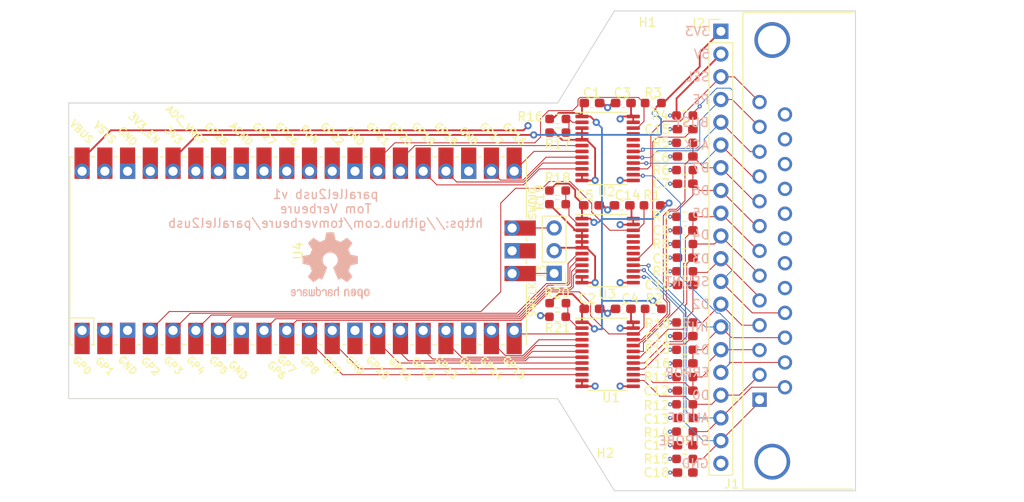
<source format=kicad_pcb>
(kicad_pcb (version 20211014) (generator pcbnew)
  (layers (0 "F.Cu" signal) (1 "In1.Cu" signal) (2 "In2.Cu" signal) (31 "B.Cu" signal) (34 "B.Paste" user) (35 "F.Paste" user) (36 "B.SilkS" user "B.Silkscreen") (37 "F.SilkS" user "F.Silkscreen") (38 "B.Mask" user) (39 "F.Mask" user) (44 "Edge.Cuts" user))
  (net 0 "")
  (net 1 "GND")
  (net 2 "/STROBE")
  (net 3 "/D0")
  (net 4 "/D1")
  (net 5 "/D2")
  (net 6 "/D3")
  (net 7 "/D4")
  (net 8 "/D5")
  (net 9 "/D6")
  (net 10 "/ACK")
  (net 11 "/BUSY")
  (net 12 "/PE")
  (net 13 "/SEL")
  (net 14 "/AUTOF")
  (net 15 "/ERROR")
  (net 16 "/INIT")
  (net 17 "/SELIN")
  (net 18 "/D7")
  (net 19 "+3.3V")
  (net 20 "/D7_3")
  (net 21 "/D6_3")
  (net 22 "/D5_3")
  (net 23 "/D4_3")
  (net 24 "/D3_3")
  (net 25 "/D2_3")
  (net 26 "/D1_3")
  (net 27 "/D0_3")
  (net 28 "+5V")
  (net 29 "/ACK_3")
  (net 30 "/BUSY_3")
  (net 31 "/PE_3")
  (net 32 "/SEL_3")
  (net 33 "/SELIN_3")
  (net 34 "/INIT_3")
  (net 35 "/ERROR_3")
  (net 36 "/AUTOF_3")
  (net 37 "/DOEN_3")
  (net 38 "/COEN_3")
  (net 39 "/SOEN_3")
  (net 40 "/STROBE_3")
  (net 48 "/SWCLK")
  (net 49 "/SWDIO")
  (net 60 "/SDIR_3")
  (net 61 "/CDIR_3")
  (net 62 "/DDIR_3")
  (footprint "Capacitor_SMD:C_0603_1608Metric_Pad1.08x0.95mm_HandSolder" (layer "F.Cu") (at 183.8695 85.09 180)
    (fp_text reference "C3")
    (fp_text value "100n")
  )
  (footprint "Capacitor_SMD:C_0603_1608Metric_Pad1.08x0.95mm_HandSolder" (layer "F.Cu") (at 190.7805 114.173 180)
    (fp_text reference "C16")
    (fp_text value "100n")
  )
  (footprint "Capacitor_SMD:C_0603_1608Metric_Pad1.08x0.95mm_HandSolder" (layer "F.Cu") (at 190.7805 123.317 180)
    (fp_text reference "C17")
    (fp_text value "100n")
  )
  (footprint "MountingHole:MountingHole_2.7mm_M2.5" (layer "F.Cu") (at 184.404 78.105)
    (fp_text reference "H1")
    (fp_text value "MountingHole")
  )
  (footprint "Resistor_SMD:R_0603_1608Metric_Pad0.98x0.95mm_HandSolder" (layer "F.Cu") (at 190.7305 103.886)
    (fp_text reference "R9")
    (fp_text value "4K7")
  )
  (footprint "Capacitor_SMD:C_0603_1608Metric_Pad1.08x0.95mm_HandSolder" (layer "F.Cu") (at 190.7805 88.011 180)
    (fp_text reference "C15")
    (fp_text value "100n")
  )
  (footprint "Resistor_SMD:R_0603_1608Metric_Pad0.98x0.95mm_HandSolder" (layer "F.Cu") (at 187.2215 85.09 180)
    (fp_text reference "R3")
    (fp_text value "4K7")
  )
  (footprint "Resistor_SMD:R_0603_1608Metric_Pad0.98x0.95mm_HandSolder" (layer "F.Cu") (at 176.53 94.869)
    (fp_text reference "R18")
    (fp_text value "NS")
  )
  (footprint "Capacitor_SMD:C_0603_1608Metric_Pad1.08x0.95mm_HandSolder" (layer "F.Cu") (at 180.3135 96.52)
    (fp_text reference "C5")
    (fp_text value "100n")
  )
  (footprint "Capacitor_SMD:C_0603_1608Metric_Pad1.08x0.95mm_HandSolder" (layer "F.Cu") (at 190.7805 111.125 180)
    (fp_text reference "C11")
    (fp_text value "100n")
  )
  (footprint "Resistor_SMD:R_0603_1608Metric_Pad0.98x0.95mm_HandSolder" (layer "F.Cu") (at 190.7305 115.697)
    (fp_text reference "R11")
    (fp_text value "4K7")
  )
  (footprint "Package_SO:TSSOP-24_4.4x7.8mm_P0.65mm" (layer "F.Cu") (at 182.118 113.157)
    (fp_text reference "U1")
    (fp_text value "SN74LVC8T245PW")
  )
  (footprint "Resistor_SMD:R_0603_1608Metric_Pad0.98x0.95mm_HandSolder" (layer "F.Cu") (at 176.53 96.393 180)
    (fp_text reference "R19")
    (fp_text value "4K7")
  )
  (footprint "Resistor_SMD:R_0603_1608Metric_Pad0.98x0.95mm_HandSolder" (layer "F.Cu") (at 176.5535 86.868)
    (fp_text reference "R16")
    (fp_text value "4K7")
  )
  (footprint "Capacitor_SMD:C_0603_1608Metric_Pad1.08x0.95mm_HandSolder" (layer "F.Cu") (at 180.3665 108.077)
    (fp_text reference "C2")
    (fp_text value "100n")
  )
  (footprint "Capacitor_SMD:C_0603_1608Metric_Pad1.08x0.95mm_HandSolder" (layer "F.Cu") (at 183.8695 108.077 180)
    (fp_text reference "C4")
    (fp_text value "100n")
  )
  (footprint "Package_SO:TSSOP-24_4.4x7.8mm_P0.65mm" (layer "F.Cu") (at 182.118 101.581)
    (fp_text reference "U3")
    (fp_text value "SN74LVC8T245PW")
  )
  (footprint "Capacitor_SMD:C_0603_1608Metric_Pad1.08x0.95mm_HandSolder" (layer "F.Cu") (at 190.7805 102.362 180)
    (fp_text reference "C9")
    (fp_text value "100n")
  )
  (footprint "Resistor_SMD:R_0603_1608Metric_Pad0.98x0.95mm_HandSolder" (layer "F.Cu") (at 190.7305 100.838)
    (fp_text reference "R8")
    (fp_text value "4K7")
  )
  (footprint "Resistor_SMD:R_0603_1608Metric_Pad0.98x0.95mm_HandSolder" (layer "F.Cu") (at 190.7305 92.583)
    (fp_text reference "R6")
    (fp_text value "4K7")
  )
  (footprint "Connector_Dsub:DSUB-25_Male_Horizontal_P2.77x2.84mm_EdgePinOffset7.70mm_Housed_MountingHolesOffset9.12mm" (layer "F.Cu") (at 199.088 118.225 90)
    (fp_text reference "J1")
    (fp_text value "DB25_Male_MountingHoles")
  )
  (footprint "Resistor_SMD:R_0603_1608Metric_Pad0.98x0.95mm_HandSolder" (layer "F.Cu") (at 187.2215 108.077 180)
    (fp_text reference "R2")
    (fp_text value "4K7")
  )
  (footprint "Resistor_SMD:R_0603_1608Metric_Pad0.98x0.95mm_HandSolder" (layer "F.Cu") (at 190.7305 124.841)
    (fp_text reference "R15")
    (fp_text value "4K7")
  )
  (footprint "Capacitor_SMD:C_0603_1608Metric_Pad1.08x0.95mm_HandSolder" (layer "F.Cu") (at 190.7805 105.41 180)
    (fp_text reference "C10")
    (fp_text value "100n")
  )
  (footprint "Capacitor_SMD:C_0603_1608Metric_Pad1.08x0.95mm_HandSolder" (layer "F.Cu") (at 190.7805 99.314 180)
    (fp_text reference "C8")
    (fp_text value "100n")
  )
  (footprint "Resistor_SMD:R_0603_1608Metric_Pad0.98x0.95mm_HandSolder" (layer "F.Cu") (at 190.7305 121.793)
    (fp_text reference "R14")
    (fp_text value "4K7")
  )
  (footprint "Connector_PinHeader_2.54mm:PinHeader_1x03_P2.54mm_Vertical" (layer "F.Cu") (at 176.149 104.125 180)
    (fp_text reference "J3")
    (fp_text value "Conn_01x03_Male")
  )
  (footprint "Resistor_SMD:R_0603_1608Metric_Pad0.98x0.95mm_HandSolder" (layer "F.Cu") (at 190.7305 112.649)
    (fp_text reference "R13")
    (fp_text value "4K7")
  )
  (footprint "Resistor_SMD:R_0603_1608Metric_Pad0.98x0.95mm_HandSolder" (layer "F.Cu") (at 190.7305 109.601)
    (fp_text reference "R10")
    (fp_text value "4K7")
  )
  (footprint "Resistor_SMD:R_0603_1608Metric_Pad0.98x0.95mm_HandSolder" (layer "F.Cu") (at 176.53 108.966 180)
    (fp_text reference "R21")
    (fp_text value "4K7")
  )
  (footprint "Capacitor_SMD:C_0603_1608Metric_Pad1.08x0.95mm_HandSolder" (layer "F.Cu") (at 190.7805 91.059 180)
    (fp_text reference "C6")
    (fp_text value "100n")
  )
  (footprint "Capacitor_SMD:C_0603_1608Metric_Pad1.08x0.95mm_HandSolder" (layer "F.Cu") (at 190.7805 117.221 180)
    (fp_text reference "C12")
    (fp_text value "100n")
  )
  (footprint "Capacitor_SMD:C_0603_1608Metric_Pad1.08x0.95mm_HandSolder" (layer "F.Cu") (at 183.7425 96.52 180)
    (fp_text reference "C14")
    (fp_text value "100n")
  )
  (footprint "Capacitor_SMD:C_0603_1608Metric_Pad1.08x0.95mm_HandSolder" (layer "F.Cu") (at 180.3665 85.09)
    (fp_text reference "C1")
    (fp_text value "100n")
  )
  (footprint "Resistor_SMD:R_0603_1608Metric_Pad0.98x0.95mm_HandSolder" (layer "F.Cu") (at 176.5535 88.392 180)
    (fp_text reference "R17")
    (fp_text value "NS")
  )
  (footprint "Capacitor_SMD:C_0603_1608Metric_Pad1.08x0.95mm_HandSolder" (layer "F.Cu") (at 190.7805 126.365 180)
    (fp_text reference "C18")
    (fp_text value "100n")
  )
  (footprint "Resistor_SMD:R_0603_1608Metric_Pad0.98x0.95mm_HandSolder" (layer "F.Cu") (at 190.7305 97.79)
    (fp_text reference "R7")
    (fp_text value "4K7")
  )
  (footprint "Resistor_SMD:R_0603_1608Metric_Pad0.98x0.95mm_HandSolder" (layer "F.Cu") (at 190.7305 118.745)
    (fp_text reference "R12")
    (fp_text value "4K7")
  )
  (footprint "Capacitor_SMD:C_0603_1608Metric_Pad1.08x0.95mm_HandSolder" (layer "F.Cu") (at 190.7805 120.269 180)
    (fp_text reference "C13")
    (fp_text value "100n")
  )
  (footprint "Resistor_SMD:R_0603_1608Metric_Pad0.98x0.95mm_HandSolder" (layer "F.Cu") (at 176.5535 107.442)
    (fp_text reference "R20")
    (fp_text value "NS")
  )
  (footprint "Capacitor_SMD:C_0603_1608Metric_Pad1.08x0.95mm_HandSolder" (layer "F.Cu") (at 190.7805 94.107 180)
    (fp_text reference "C7")
    (fp_text value "100n")
  )
  (footprint "Raspberry Pico:RPi_Pico_SMD_TH" (layer "F.Cu") (at 147.55 101.6 90)
    (fp_text reference "U4")
    (fp_text value "Pico")
  )
  (footprint "MountingHole:MountingHole_2.7mm_M2.5" (layer "F.Cu") (at 184.404 125.095)
    (fp_text reference "H2")
    (fp_text value "MountingHole")
  )
  (footprint "Resistor_SMD:R_0603_1608Metric_Pad0.98x0.95mm_HandSolder" (layer "F.Cu") (at 187.0945 96.52 180)
    (fp_text reference "R1")
    (fp_text value "4K7")
  )
  (footprint "Package_SO:TSSOP-24_4.4x7.8mm_P0.65mm" (layer "F.Cu") (at 182.118 90.17)
    (fp_text reference "U2")
    (fp_text value "SN74LVC8T245PW")
  )
  (footprint "Resistor_SMD:R_0603_1608Metric_Pad0.98x0.95mm_HandSolder" (layer "F.Cu") (at 190.7305 86.487)
    (fp_text reference "R4")
    (fp_text value "4K7")
  )
  (footprint "Connector_PinHeader_2.54mm:PinHeader_1x20_P2.54mm_Vertical" (layer "F.Cu") (at 194.77 77.082)
    (fp_text reference "J2")
    (fp_text value "Conn_01x20")
  )
  (footprint "Resistor_SMD:R_0603_1608Metric_Pad0.98x0.95mm_HandSolder" (layer "F.Cu") (at 190.7305 89.535)
    (fp_text reference "R5")
    (fp_text value "4K7")
  )
  (footprint "Symbol:OSHW-Logo2_9.8x8mm_SilkScreen" (layer "B.Cu") (at 151.13 103.251 180)
    (fp_text reference "REF**" hide)
    (fp_text value "OSHW-Logo2_9.8x8mm_SilkScreen" hide)
  )
  (gr_poly (pts (xy 209.804 128.397) (xy 182.88 128.397) (xy 176.53 118.11) (xy 121.92 118.11) (xy 121.92 85.09) (xy 176.53 85.09) (xy 182.88 74.803) (xy 209.804 74.803)) (layer "Edge.Cuts") (width 0.1) (fill none))
  (gr_text "BUSY" (at 191.516 87.249) (layer "B.SilkS") (effects (font (size 1 1)) (justify mirror)))
  (gr_text "INIT" (at 192.024 110.109) (layer "B.SilkS") (effects (font (size 1 1)) (justify mirror)))
  (gr_text "SEL" (at 192.151 82.169) (layer "B.SilkS") (effects (font (size 1 1)) (justify mirror)))
  (gr_text "D2" (at 192.532 107.569) (layer "B.SilkS") (effects (font (size 1 1)) (justify mirror)))
  (gr_text "ACK" (at 192.024 89.789) (layer "B.SilkS") (effects (font (size 1 1)) (justify mirror)))
  (gr_text "ERROR" (at 191.008 115.189) (layer "B.SilkS") (effects (font (size 1 1)) (justify mirror)))
  (gr_text "D1" (at 192.532 112.649) (layer "B.SilkS") (effects (font (size 1 1)) (justify mirror)))
  (gr_text "D4" (at 192.532 99.822) (layer "B.SilkS") (effects (font (size 1 1)) (justify mirror)))
  (gr_text "SELINT" (at 191.008 105.029) (layer "B.SilkS") (effects (font (size 1 1)) (justify mirror)))
  (gr_text "STROBE" (at 190.627 122.809) (layer "B.SilkS") (effects (font (size 1 1)) (justify mirror)))
  (gr_text "AUTOF" (at 191.135 120.269) (layer "B.SilkS") (effects (font (size 1 1)) (justify mirror)))
  (gr_text "D7" (at 192.532 92.329) (layer "B.SilkS") (effects (font (size 1 1)) (justify mirror)))
  (gr_text "3V3" (at 192.151 77.089) (layer "B.SilkS") (effects (font (size 1 1)) (justify mirror)))
  (gr_text "5V" (at 192.659 79.629) (layer "B.SilkS") (effects (font (size 1 1)) (justify mirror)))
  (gr_text "D5" (at 192.532 97.409) (layer "B.SilkS") (effects (font (size 1 1)) (justify mirror)))
  (gr_text "parallel2usb v1\nTom Verbeure\nhttps://github.com/tomverbeure/parallel2usb" (at 150.622 96.901) (layer "B.SilkS") (effects (font (size 1 1)) (justify mirror)))
  (gr_text "PE" (at 192.532 84.709) (layer "B.SilkS") (effects (font (size 1 1)) (justify mirror)))
  (gr_text "D0" (at 192.532 117.729) (layer "B.SilkS") (effects (font (size 1 1)) (justify mirror)))
  (gr_text "D3" (at 192.532 102.489) (layer "B.SilkS") (effects (font (size 1 1)) (justify mirror)))
  (gr_text "D6" (at 192.532 94.869) (layer "B.SilkS") (effects (font (size 1 1)) (justify mirror)))
  (gr_text "GND" (at 191.897 125.349) (layer "B.SilkS") (effects (font (size 1 1)) (justify mirror)))
  (segment (start 181.61 108.077) (end 182.118 108.585) (width 0.2) (layer "F.Cu") (net 1))
  (segment (start 183.007 108.077) (end 182.626 108.077) (width 0.2) (layer "F.Cu") (net 1))
  (segment (start 179.2555 99.956) (end 179.2555 100.606) (width 0.2) (layer "F.Cu") (net 1))
  (segment (start 178.38 99.306) (end 179.2555 99.306) (width 0.2) (layer "F.Cu") (net 1))
  (segment (start 179.2555 93.745) (end 179.2555 93.095) (width 0.2) (layer "F.Cu") (net 1))
  (segment (start 189.918 88.011) (end 189.103 88.011) (width 0.2) (layer "F.Cu") (net 1))
  (segment (start 189.918 111.125) (end 189.103 111.125) (width 0.2) (layer "F.Cu") (net 1))
  (segment (start 183.007 85.09) (end 182.626 85.09) (width 0.2) (layer "F.Cu") (net 1))
  (segment (start 182.626 108.077) (end 182.118 108.585) (width 0.2) (layer "F.Cu") (net 1))
  (segment (start 189.918 94.107) (end 189.103 94.107) (width 0.2) (layer "F.Cu") (net 1))
  (segment (start 183.515 105.156) (end 184.9805 105.156) (width 0.2) (layer "F.Cu") (net 1))
  (segment (start 183.534 116.732) (end 183.515 116.713) (width 0.2) (layer "F.Cu") (net 1))
  (segment (start 180.721 105.156) (end 179.2555 105.156) (width 0.2) (layer "F.Cu") (net 1))
  (segment (start 178.38 99.306) (end 178.38 99.1555) (width 0.2) (layer "F.Cu") (net 1))
  (segment (start 180.721 116.713) (end 180.575 116.732) (width 0.2) (layer "F.Cu") (net 1))
  (segment (start 179.2555 100.606) (end 179.2555 101.256) (width 0.2) (layer "F.Cu") (net 1))
  (segment (start 181.229 108.077) (end 181.61 108.077) (width 0.2) (layer "F.Cu") (net 1))
  (segment (start 179.2555 88.545) (end 179.2555 89.195) (width 0.2) (layer "F.Cu") (net 1))
  (segment (start 174.625 108.839) (end 175.4905 108.839) (width 0.2) (layer "F.Cu") (net 1))
  (segment (start 180.721 102.209736) (end 180.721 105.156) (width 0.2) (layer "F.Cu") (net 1))
  (segment (start 179.2555 93.745) (end 180.702 93.745) (width 0.2) (layer "F.Cu") (net 1))
  (segment (start 181.61 85.09) (end 182.118 85.598) (width 0.2) (layer "F.Cu") (net 1))
  (segment (start 178.38 99.1555) (end 175.6175 96.393) (width 0.2) (layer "F.Cu") (net 1))
  (segment (start 184.9805 93.745) (end 183.534 93.745) (width 0.2) (layer "F.Cu") (net 1))
  (segment (start 182.626 96.52) (end 182.118 97.028) (width 0.2) (layer "F.Cu") (net 1))
  (segment (start 176.478 101.256) (end 176.149 101.585) (width 0.2) (layer "F.Cu") (net 1))
  (segment (start 179.767264 101.256) (end 180.721 102.209736) (width 0.2) (layer "F.Cu") (net 1))
  (segment (start 179.2555 99.306) (end 179.2555 99.956) (width 0.2) (layer "F.Cu") (net 1))
  (segment (start 189.918 114.173) (end 189.103 114.173) (width 0.2) (layer "F.Cu") (net 1))
  (segment (start 179.2555 87.895) (end 179.2555 88.545) (width 0.2) (layer "F.Cu") (net 1))
  (segment (start 180.702 93.745) (end 180.721 93.726) (width 0.2) (layer "F.Cu") (net 1))
  (segment (start 179.2555 89.195) (end 179.767264 89.195) (width 0.2) (layer "F.Cu") (net 1))
  (segment (start 180.721 90.148736) (end 180.721 93.726) (width 0.2) (layer "F.Cu") (net 1))
  (segment (start 189.918 117.221) (end 189.103 117.221) (width 0.2) (layer "F.Cu") (net 1))
  (segment (start 189.918 120.269) (end 189.103 120.269) (width 0.2) (layer "F.Cu") (net 1))
  (segment (start 189.918 123.317) (end 189.103 123.317) (width 0.2) (layer "F.Cu") (net 1))
  (segment (start 179.767264 89.195) (end 180.721 90.148736) (width 0.2) (layer "F.Cu") (net 1))
  (segment (start 189.918 105.41) (end 189.103 105.41) (width 0.2) (layer "F.Cu") (net 1))
  (segment (start 179.2555 105.156) (end 179.2555 104.506) (width 0.2) (layer "F.Cu") (net 1))
  (segment (start 182.626 85.09) (end 182.118 85.598) (width 0.2) (layer "F.Cu") (net 1))
  (segment (start 183.534 93.745) (end 183.515 93.726) (width 0.2) (layer "F.Cu") (net 1))
  (segment (start 179.2555 116.732) (end 179.2555 116.082) (width 0.2) (layer "F.Cu") (net 1))
  (segment (start 175.9515 88.138) (end 177.0085 89.195) (width 0.2) (layer "F.Cu") (net 1))
  (segment (start 189.918 99.314) (end 189.103 99.314) (width 0.2) (layer "F.Cu") (net 1))
  (segment (start 184.9805 116.732) (end 183.534 116.732) (width 0.2) (layer "F.Cu") (net 1))
  (segment (start 189.918 102.362) (end 189.103 102.362) (width 0.2) (layer "F.Cu") (net 1))
  (segment (start 179.2555 101.256) (end 176.478 101.256) (width 0.2) (layer "F.Cu") (net 1))
  (segment (start 183.06 96.52) (end 182.626 96.52) (width 0.2) (layer "F.Cu") (net 1))
  (segment (start 181.61 96.52) (end 182.118 97.028) (width 0.2) (layer "F.Cu") (net 1))
  (segment (start 189.918 91.059) (end 189.103 91.059) (width 0.2) (layer "F.Cu") (net 1))
  (segment (start 179.2555 101.256) (end 179.767264 101.256) (width 0.2) (layer "F.Cu") (net 1))
  (segment (start 189.918 126.365) (end 189.103 126.365) (width 0.2) (layer "F.Cu") (net 1))
  (segment (start 181.176 96.52) (end 181.61 96.52) (width 0.2) (layer "F.Cu") (net 1))
  (segment (start 177.0085 89.195) (end 179.2555 89.195) (width 0.2) (layer "F.Cu") (net 1))
  (segment (start 180.575 116.732) (end 179.2555 116.732) (width 0.2) (layer "F.Cu") (net 1))
  (segment (start 181.229 85.09) (end 181.61 85.09) (width 0.2) (layer "F.Cu") (net 1))
  (via (at 180.721 93.726) (size 0.8) (drill 0.4) (layers "F.Cu" "B.Cu") (net 1))
  (via (at 180.721 116.713) (size 0.8) (drill 0.4) (layers "F.Cu" "B.Cu") (net 1))
  (via (at 182.118 108.585) (size 0.8) (drill 0.4) (layers "F.Cu" "B.Cu") (net 1))
  (via (at 182.118 97.028) (size 0.8) (drill 0.4) (layers "F.Cu" "B.Cu") (net 1))
  (via (at 183.515 116.713) (size 0.8) (drill 0.4) (layers "F.Cu" "B.Cu") (net 1))
  (via (at 189.103 123.317) (size 0.46) (drill 0.2) (layers "F.Cu" "B.Cu") (net 1))
  (via (at 189.103 120.269) (size 0.46) (drill 0.2) (layers "F.Cu" "B.Cu") (net 1))
  (via (at 174.625 108.839) (size 0.8) (drill 0.4) (layers "F.Cu" "B.Cu") (net 1))
  (via (at 180.721 105.156) (size 0.8) (drill 0.4) (layers "F.Cu" "B.Cu") (net 1))
  (via (at 183.515 105.156) (size 0.8) (drill 0.4) (layers "F.Cu" "B.Cu") (net 1))
  (via (at 189.103 114.173) (size 0.46) (drill 0.2) (layers "F.Cu" "B.Cu") (net 1))
  (via (at 183.515 93.726) (size 0.8) (drill 0.4) (layers "F.Cu" "B.Cu") (net 1))
  (via (at 189.103 117.221) (size 0.46) (drill 0.2) (layers "F.Cu" "B.Cu") (net 1))
  (via (at 189.103 126.365) (size 0.46) (drill 0.2) (layers "F.Cu" "B.Cu") (net 1))
  (via (at 189.103 88.011) (size 0.46) (drill 0.2) (layers "F.Cu" "B.Cu") (net 1))
  (via (at 189.103 91.059) (size 0.46) (drill 0.2) (layers "F.Cu" "B.Cu") (net 1))
  (via (at 182.118 85.598) (size 0.8) (drill 0.4) (layers "F.Cu" "B.Cu") (net 1))
  (via (at 189.103 94.107) (size 0.46) (drill 0.2) (layers "F.Cu" "B.Cu") (net 1))
  (via (at 189.103 102.362) (size 0.46) (drill 0.2) (layers "F.Cu" "B.Cu") (net 1))
  (via (at 189.103 105.41) (size 0.46) (drill 0.2) (layers "F.Cu" "B.Cu") (net 1))
  (via (at 189.103 99.314) (size 0.46) (drill 0.2) (layers "F.Cu" "B.Cu") (net 1))
  (via (at 189.103 111.125) (size 0.46) (drill 0.2) (layers "F.Cu" "B.Cu") (net 1))
  (segment (start 184.9955 104.521) (end 184.9805 104.506) (width 0.1) (layer "F.Cu") (net 2))
  (segment (start 194.77 122.802) (end 199.088 118.484) (width 0.1) (layer "F.Cu") (net 2))
  (segment (start 192.731 124.841) (end 191.643 124.841) (width 0.1) (layer "F.Cu") (net 2))
  (segment (start 199.088 118.484) (end 199.088 118.225) (width 0.1) (layer "F.Cu") (net 2))
  (segment (start 191.643 124.841) (end 191.643 126.365) (width 0.1) (layer "F.Cu") (net 2))
  (segment (start 186.182 104.521) (end 184.9955 104.521) (width 0.1) (layer "F.Cu") (net 2))
  (segment (start 194.77 122.802) (end 192.731 124.841) (width 0.1) (layer "F.Cu") (net 2))
  (via (at 186.182 104.521) (size 0.46) (drill 0.2) (layers "F.Cu" "B.Cu") (net 2))
  (segment (start 194.77 122.802) (end 192.779 122.802) (width 0.1) (layer "B.Cu") (net 2))
  (segment (start 190.627 120.65) (end 190.627 108.585) (width 0.1) (layer "B.Cu") (net 2))
  (segment (start 192.779 122.802) (end 191.262 121.285) (width 0.1) (layer "B.Cu") (net 2))
  (segment (start 186.563 104.521) (end 186.182 104.521) (width 0.1) (layer "B.Cu") (net 2))
  (segment (start 191.262 121.285) (end 190.627 120.65) (width 0.1) (layer "B.Cu") (net 2))
  (segment (start 190.627 108.585) (end 186.563 104.521) (width 0.1) (layer "B.Cu") (net 2))
  (segment (start 186.182 116.078) (end 184.9845 116.078) (width 0.1) (layer "F.Cu") (net 3))
  (segment (start 196.821 117.722) (end 199.088 115.455) (width 0.1) (layer "F.Cu") (net 3))
  (segment (start 191.643 118.745) (end 191.643 120.269) (width 0.1) (layer "F.Cu") (net 3))
  (segment (start 190.744 117.846) (end 187.95 117.846) (width 0.1) (layer "F.Cu") (net 3))
  (segment (start 187.95 117.846) (end 186.182 116.078) (width 0.1) (layer "F.Cu") (net 3))
  (segment (start 184.9845 116.078) (end 184.9805 116.082) (width 0.1) (layer "F.Cu") (net 3))
  (segment (start 194.77 117.722) (end 196.821 117.722) (width 0.1) (layer "F.Cu") (net 3))
  (segment (start 193.747 118.745) (end 191.643 118.745) (width 0.1) (layer "F.Cu") (net 3))
  (segment (start 194.77 117.722) (end 193.747 118.745) (width 0.1) (layer "F.Cu") (net 3))
  (segment (start 191.643 118.745) (end 190.744 117.846) (width 0.1) (layer "F.Cu") (net 3))
  (segment (start 193.421 114.935) (end 192.659 115.697) (width 0.1) (layer "F.Cu") (net 4))
  (segment (start 186.298 115.432) (end 184.9805 115.432) (width 0.1) (layer "F.Cu") (net 4))
  (segment (start 194.77 112.642) (end 193.421 113.991) (width 0.1) (layer "F.Cu") (net 4))
  (segment (start 191.643 117.221) (end 190.744 116.322) (width 0.1) (layer "F.Cu") (net 4))
  (segment (start 193.421 113.991) (end 193.421 114.935) (width 0.1) (layer "F.Cu") (net 4))
  (segment (start 199.045 112.642) (end 199.088 112.685) (width 0.1) (layer "F.Cu") (net 4))
  (segment (start 187.188 116.322) (end 186.298 115.432) (width 0.1) (layer "F.Cu") (net 4))
  (segment (start 190.744 116.322) (end 187.188 116.322) (width 0.1) (layer "F.Cu") (net 4))
  (segment (start 194.77 112.642) (end 199.045 112.642) (width 0.1) (layer "F.Cu") (net 4))
  (segment (start 192.659 115.697) (end 191.643 115.697) (width 0.1) (layer "F.Cu") (net 4))
  (segment (start 191.643 115.697) (end 191.643 117.221) (width 0.1) (layer "F.Cu") (net 4))
  (segment (start 191.643 109.601) (end 191.643 111.125) (width 0.1) (layer "F.Cu") (net 5))
  (segment (start 190.744 112.024) (end 188.966 112.024) (width 0.1) (layer "F.Cu") (net 5))
  (segment (start 194.77 107.562) (end 197.123 109.915) (width 0.1) (layer "F.Cu") (net 5))
  (segment (start 191.643 111.125) (end 190.744 112.024) (width 0.1) (layer "F.Cu") (net 5))
  (segment (start 185.0065 114.808) (end 184.9805 114.782) (width 0.1) (layer "F.Cu") (net 5))
  (segment (start 194.77 107.562) (end 192.731 109.601) (width 0.1) (layer "F.Cu") (net 5))
  (segment (start 197.123 109.915) (end 199.088 109.915) (width 0.1) (layer "F.Cu") (net 5))
  (segment (start 188.966 112.024) (end 186.182 114.808) (width 0.1) (layer "F.Cu") (net 5))
  (segment (start 186.182 114.808) (end 185.0065 114.808) (width 0.1) (layer "F.Cu") (net 5))
  (segment (start 192.731 109.601) (end 191.643 109.601) (width 0.1) (layer "F.Cu") (net 5))
  (segment (start 194.77 102.482) (end 193.239 104.013) (width 0.1) (layer "F.Cu") (net 6))
  (segment (start 191.77 104.013) (end 191.643 103.886) (width 0.1) (layer "F.Cu") (net 6))
  (segment (start 190.378508 111.75) (end 190.9555 111.173008) (width 0.1) (layer "F.Cu") (net 6))
  (segment (start 186.223 114.132) (end 188.605 111.75) (width 0.1) (layer "F.Cu") (net 6))
  (segment (start 190.9555 110.189638) (end 191.0055 110.139637) (width 0.1) (layer "F.Cu") (net 6))
  (segment (start 194.77 102.482) (end 199.088 106.8) (width 0.1) (layer "F.Cu") (net 6))
  (segment (start 191.643 103.886) (end 191.643 105.41) (width 0.1) (layer "F.Cu") (net 6))
  (segment (start 188.605 111.75) (end 190.378508 111.75) (width 0.1) (layer "F.Cu") (net 6))
  (segment (start 190.9555 111.173008) (end 190.9555 110.189638) (width 0.1) (layer "F.Cu") (net 6))
  (segment (start 199.088 106.8) (end 199.088 107.145) (width 0.1) (layer "F.Cu") (net 6))
  (segment (start 184.9805 114.132) (end 186.223 114.132) (width 0.1) (layer "F.Cu") (net 6))
  (segment (start 193.239 104.013) (end 191.77 104.013) (width 0.1) (layer "F.Cu") (net 6))
  (segment (start 191.643 108.359138) (end 191.643 105.41) (width 0.1) (layer "F.Cu") (net 6))
  (segment (start 191.0055 108.996638) (end 191.643 108.359138) (width 0.1) (layer "F.Cu") (net 6))
  (segment (start 191.0055 110.139637) (end 191.0055 108.996638) (width 0.1) (layer "F.Cu") (net 6))
  (segment (start 185.758137 113.482) (end 184.9805 113.482) (width 0.1) (layer "F.Cu") (net 7))
  (segment (start 194.77 99.942) (end 199.088 104.26) (width 0.1) (layer "F.Cu") (net 7))
  (segment (start 190.5 110.363) (end 188.877137 110.363) (width 0.1) (layer "F.Cu") (net 7))
  (segment (start 194.77 99.942) (end 194.77 100.124) (width 0.1) (layer "F.Cu") (net 7))
  (segment (start 190.9555 107.5165) (end 190.805999 107.666001) (width 0.1) (layer "F.Cu") (net 7))
  (segment (start 191.643 102.362) (end 190.9555 103.0495) (width 0.1) (layer "F.Cu") (net 7))
  (segment (start 190.805999 110.057001) (end 190.5 110.363) (width 0.1) (layer "F.Cu") (net 7))
  (segment (start 194.056 100.838) (end 191.643 100.838) (width 0.1) (layer "F.Cu") (net 7))
  (segment (start 191.643 100.838) (end 191.643 102.362) (width 0.1) (layer "F.Cu") (net 7))
  (segment (start 190.9555 103.0495) (end 190.9555 107.5165) (width 0.1) (layer "F.Cu") (net 7))
  (segment (start 194.77 100.124) (end 194.056 100.838) (width 0.1) (layer "F.Cu") (net 7))
  (segment (start 199.088 104.26) (end 199.088 104.375) (width 0.1) (layer "F.Cu") (net 7))
  (segment (start 188.877137 110.363) (end 185.758137 113.482) (width 0.1) (layer "F.Cu") (net 7))
  (segment (start 190.805999 107.666001) (end 190.805999 110.057001) (width 0.1) (layer "F.Cu") (net 7))
  (segment (start 190.6055 107.392774) (end 186.126 111.872274) (width 0.1) (layer "F.Cu") (net 8))
  (segment (start 191.643 99.314) (end 190.805001 100.151999) (width 0.1) (layer "F.Cu") (net 8))
  (segment (start 190.805001 102.842645) (end 190.6055 103.042146) (width 0.1) (layer "F.Cu") (net 8))
  (segment (start 190.6055 103.042146) (end 190.6055 107.392774) (width 0.1) (layer "F.Cu") (net 8))
  (segment (start 186.126 112.832) (end 184.9805 112.832) (width 0.1) (layer "F.Cu") (net 8))
  (segment (start 191.643 97.79) (end 191.643 99.314) (width 0.1) (layer "F.Cu") (net 8))
  (segment (start 194.77 97.402) (end 198.973 101.605) (width 0.1) (layer "F.Cu") (net 8))
  (segment (start 198.973 101.605) (end 199.088 101.605) (width 0.1) (layer "F.Cu") (net 8))
  (segment (start 190.805001 100.151999) (end 190.805001 102.842645) (width 0.1) (layer "F.Cu") (net 8))
  (segment (start 194.437 97.79) (end 191.643 97.79) (width 0.1) (layer "F.Cu") (net 8))
  (segment (start 194.77 97.457) (end 194.437 97.79) (width 0.1) (layer "F.Cu") (net 8))
  (segment (start 186.126 111.872274) (end 186.126 112.832) (width 0.1) (layer "F.Cu") (net 8))
  (segment (start 194.77 97.402) (end 194.77 97.457) (width 0.1) (layer "F.Cu") (net 8))
  (segment (start 185.868 111.735553) (end 185.421553 112.182) (width 0.1) (layer "F.Cu") (net 9))
  (segment (start 192.398 94.862) (end 191.643 94.107) (width 0.1) (layer "F.Cu") (net 9))
  (segment (start 194.77 94.862) (end 192.398 94.862) (width 0.1) (layer "F.Cu") (net 9))
  (segment (start 198.743 98.835) (end 199.088 98.835) (width 0.1) (layer "F.Cu") (net 9))
  (segment (start 188.677637 106.988499) (end 189.048501 107.359363) (width 0.1) (layer "F.Cu") (net 9))
  (segment (start 191.643 95.405137) (end 189.883137 97.165) (width 0.1) (layer "F.Cu") (net 9))
  (segment (start 189.121138 97.165) (end 188.677637 97.608501) (width 0.1) (layer "F.Cu") (net 9))
  (segment (start 185.421553 112.182) (end 184.9805 112.182) (width 0.1) (layer "F.Cu") (net 9))
  (segment (start 191.643 94.107) (end 191.643 95.405137) (width 0.1) (layer "F.Cu") (net 9))
  (segment (start 188.677637 97.608501) (end 188.677637 106.988499) (width 0.1) (layer "F.Cu") (net 9))
  (segment (start 191.643 94.107) (end 191.643 92.583) (width 0.1) (layer "F.Cu") (net 9))
  (segment (start 189.048501 107.359363) (end 189.048501 108.667637) (width 0.1) (layer "F.Cu") (net 9))
  (segment (start 194.77 94.862) (end 198.743 98.835) (width 0.1) (layer "F.Cu") (net 9))
  (segment (start 185.980585 111.735553) (end 185.868 111.735553) (width 0.1) (layer "F.Cu") (net 9))
  (segment (start 189.048501 108.667637) (end 185.980585 111.735553) (width 0.1) (layer "F.Cu") (net 9))
  (segment (start 189.883137 97.165) (end 189.121138 97.165) (width 0.1) (layer "F.Cu") (net 9))
  (segment (start 186.436 91.821) (end 185.0065 91.821) (width 0.1) (layer "F.Cu") (net 10))
  (segment (start 194.77 89.782) (end 198.283 93.295) (width 0.1) (layer "F.Cu") (net 10))
  (segment (start 185.0065 91.821) (end 184.9805 91.795) (width 0.1) (layer "F.Cu") (net 10))
  (segment (start 198.283 93.295) (end 199.088 93.295) (width 0.1) (layer "F.Cu") (net 10))
  (via (at 186.436 91.821) (size 0.46) (drill 0.2) (layers "F.Cu" "B.Cu") (net 10))
  (segment (start 191.77 91.821) (end 186.436 91.821) (width 0.1) (layer "B.Cu") (net 10))
  (segment (start 194.77 89.782) (end 192.731 91.821) (width 0.1) (layer "B.Cu") (net 10))
  (segment (start 192.731 91.821) (end 191.77 91.821) (width 0.1) (layer "B.Cu") (net 10))
  (segment (start 194.77 87.242) (end 198.053 90.525) (width 0.1) (layer "F.Cu") (net 11))
  (segment (start 185.943 91.145) (end 185.984 91.186) (width 0.1) (layer "F.Cu") (net 11))
  (segment (start 198.053 90.525) (end 199.088 90.525) (width 0.1) (layer "F.Cu") (net 11))
  (segment (start 184.9805 91.145) (end 185.943 91.145) (width 0.1) (layer "F.Cu") (net 11))
  (via (at 185.984 91.186) (size 0.46) (drill 0.2) (layers "F.Cu" "B.Cu") (net 11))
  (segment (start 194.77 87.242) (end 192.913 89.099) (width 0.1) (layer "B.Cu") (net 11))
  (segment (start 187.706 90.424) (end 186.944 91.186) (width 0.1) (layer "B.Cu") (net 11))
  (segment (start 192.151 90.424) (end 187.706 90.424) (width 0.1) (layer "B.Cu") (net 11))
  (segment (start 192.913 89.099) (end 192.913 89.662) (width 0.1) (layer "B.Cu") (net 11))
  (segment (start 192.913 89.662) (end 192.151 90.424) (width 0.1) (layer "B.Cu") (net 11))
  (segment (start 186.944 91.186) (end 185.984 91.186) (width 0.1) (layer "B.Cu") (net 11))
  (segment (start 184.9805 90.495) (end 185.857 90.495) (width 0.1) (layer "F.Cu") (net 12))
  (segment (start 194.77 84.702) (end 196.035 84.702) (width 0.1) (layer "F.Cu") (net 12))
  (segment (start 185.857 90.495) (end 186.055 90.297) (width 0.1) (layer "F.Cu") (net 12))
  (segment (start 196.035 84.702) (end 199.088 87.755) (width 0.1) (layer "F.Cu") (net 12))
  (via (at 186.055 90.297) (size 0.46) (drill 0.2) (layers "F.Cu" "B.Cu") (net 12))
  (segment (start 192.405 87.067) (end 192.405 89.789) (width 0.1) (layer "B.Cu") (net 12))
  (segment (start 192.405 89.789) (end 192.024 90.17) (width 0.1) (layer "B.Cu") (net 12))
  (segment (start 194.77 84.702) (end 192.405 87.067) (width 0.1) (layer "B.Cu") (net 12))
  (segment (start 186.182 90.17) (end 186.055 90.297) (width 0.1) (layer "B.Cu") (net 12))
  (segment (start 192.024 90.17) (end 186.182 90.17) (width 0.1) (layer "B.Cu") (net 12))
  (segment (start 190.627 86.741) (end 190.627 86.305) (width 0.1) (layer "F.Cu") (net 13))
  (segment (start 184.9805 92.445) (end 186.574 92.445) (width 0.1) (layer "F.Cu") (net 13))
  (segment (start 194.77 82.162) (end 196.265 82.162) (width 0.1) (layer "F.Cu") (net 13))
  (segment (start 196.265 82.162) (end 199.088 84.985) (width 0.1) (layer "F.Cu") (net 13))
  (segment (start 186.944 92.075) (end 186.944 88.519) (width 0.1) (layer "F.Cu") (net 13))
  (segment (start 190.246 87.122) (end 190.627 86.741) (width 0.1) (layer "F.Cu") (net 13))
  (segment (start 188.341 87.122) (end 190.246 87.122) (width 0.1) (layer "F.Cu") (net 13))
  (segment (start 186.574 92.445) (end 186.944 92.075) (width 0.1) (layer "F.Cu") (net 13))
  (segment (start 186.944 88.519) (end 188.341 87.122) (width 0.1) (layer "F.Cu") (net 13))
  (segment (start 190.627 86.305) (end 194.77 82.162) (width 0.1) (layer "F.Cu") (net 13))
  (segment (start 194.77 120.262) (end 198.192 116.84) (width 0.1) (layer "F.Cu") (net 14))
  (segment (start 185.0775 103.759) (end 184.9805 103.856) (width 0.1) (layer "F.Cu") (net 14))
  (segment (start 186.182 103.759) (end 185.0775 103.759) (width 0.1) (layer "F.Cu") (net 14))
  (segment (start 191.643 121.793) (end 191.643 123.317) (width 0.1) (layer "F.Cu") (net 14))
  (segment (start 194.77 120.262) (end 193.239 121.793) (width 0.1) (layer "F.Cu") (net 14))
  (segment (start 198.192 116.84) (end 201.928 116.84) (width 0.1) (layer "F.Cu") (net 14))
  (segment (start 193.239 121.793) (end 191.643 121.793) (width 0.1) (layer "F.Cu") (net 14))
  (via (at 186.182 103.759) (size 0.46) (drill 0.2) (layers "F.Cu" "B.Cu") (net 14))
  (segment (start 194.77 120.262) (end 191.636 120.262) (width 0.1) (layer "B.Cu") (net 14))
  (segment (start 191.008 119.634) (end 190.881 119.507) (width 0.1) (layer "B.Cu") (net 14))
  (segment (start 190.881 119.507) (end 190.881 108.458) (width 0.1) (layer "B.Cu") (net 14))
  (segment (start 191.636 120.262) (end 191.008 119.634) (width 0.1) (layer "B.Cu") (net 14))
  (segment (start 190.881 108.458) (end 186.817 104.394) (width 0.1) (layer "B.Cu") (net 14))
  (segment (start 186.817 104.394) (end 186.182 103.759) (width 0.1) (layer "B.Cu") (net 14))
  (segment (start 195.882 114.07) (end 201.928 114.07) (width 0.1) (layer "F.Cu") (net 15))
  (segment (start 194.77 115.182) (end 195.882 114.07) (width 0.1) (layer "F.Cu") (net 15))
  (segment (start 186.055 93.218) (end 185.1035 93.218) (width 0.1) (layer "F.Cu") (net 15))
  (segment (start 185.1035 93.218) (end 184.9805 93.095) (width 0.1) (layer "F.Cu") (net 15))
  (via (at 186.055 93.218) (size 0.46) (drill 0.2) (layers "F.Cu" "B.Cu") (net 15))
  (segment (start 190.246 104.452214) (end 190.246 102.87) (width 0.1) (layer "B.Cu") (net 15))
  (segment (start 190.246 96.266) (end 189.484 95.504) (width 0.1) (layer "B.Cu") (net 15))
  (segment (start 195.707 114.046) (end 195.77 113.983) (width 0.1) (layer "B.Cu") (net 15))
  (segment (start 194.644214 108.562) (end 194.355786 108.562) (width 0.1) (layer "B.Cu") (net 15))
  (segment (start 195.77 109.687786) (end 194.644214 108.562) (width 0.1) (layer "B.Cu") (net 15))
  (segment (start 189.484 95.504) (end 187.198 93.218) (width 0.1) (layer "B.Cu") (net 15))
  (segment (start 195.707 114.245) (end 195.707 114.046) (width 0.1) (layer "B.Cu") (net 15))
  (segment (start 195.77 113.983) (end 195.77 109.687786) (width 0.1) (layer "B.Cu") (net 15))
  (segment (start 194.77 115.182) (end 195.707 114.245) (width 0.1) (layer "B.Cu") (net 15))
  (segment (start 194.355786 108.562) (end 190.246 104.452214) (width 0.1) (layer "B.Cu") (net 15))
  (segment (start 190.246 102.87) (end 190.246 96.266) (width 0.1) (layer "B.Cu") (net 15))
  (segment (start 187.198 93.218) (end 186.055 93.218) (width 0.1) (layer "B.Cu") (net 15))
  (segment (start 195.968 111.3) (end 201.928 111.3) (width 0.1) (layer "F.Cu") (net 16))
  (segment (start 194.77 110.102) (end 195.968 111.3) (width 0.1) (layer "F.Cu") (net 16))
  (segment (start 185.0255 103.251) (end 184.9805 103.206) (width 0.1) (layer "F.Cu") (net 16))
  (segment (start 191.643 112.649) (end 191.643 114.173) (width 0.1) (layer "F.Cu") (net 16))
  (segment (start 192.786 112.649) (end 191.643 112.649) (width 0.1) (layer "F.Cu") (net 16))
  (segment (start 193.421 112.014) (end 192.786 112.649) (width 0.1) (layer "F.Cu") (net 16))
  (segment (start 186.69 103.251) (end 185.0255 103.251) (width 0.1) (layer "F.Cu") (net 16))
  (segment (start 193.421 111.451) (end 193.421 112.014) (width 0.1) (layer "F.Cu") (net 16))
  (segment (start 194.77 110.102) (end 193.421 111.451) (width 0.1) (layer "F.Cu") (net 16))
  (via (at 186.69 103.251) (size 0.46) (drill 0.2) (layers "F.Cu" "B.Cu") (net 16))
  (segment (start 186.69 103.759) (end 186.69 103.378) (width 0.1) (layer "B.Cu") (net 16))
  (segment (start 186.69 103.378) (end 186.69 103.251) (width 0.1) (layer "B.Cu") (net 16))
  (segment (start 193.033 110.102) (end 190.627 107.696) (width 0.1) (layer "B.Cu") (net 16))
  (segment (start 194.77 110.102) (end 193.033 110.102) (width 0.1) (layer "B.Cu") (net 16))
  (segment (start 190.627 107.696) (end 186.69 103.759) (width 0.1) (layer "B.Cu") (net 16))
  (segment (start 187.143501 100.834052) (end 187.143501 89.462499) (width 0.1) (layer "F.Cu") (net 17))
  (segment (start 191.643 88.011) (end 191.643 86.487) (width 0.1) (layer "F.Cu") (net 17))
  (segment (start 184.9805 102.556) (end 185.421553 102.556) (width 0.1) (layer "F.Cu") (net 17))
  (segment (start 185.421553 102.556) (end 187.143501 100.834052) (width 0.1) (layer "F.Cu") (net 17))
  (segment (start 192.405 85.471) (end 191.643 86.233) (width 0.1) (layer "F.Cu") (net 17))
  (segment (start 187.696 88.91) (end 190.744 88.91) (width 0.1) (layer "F.Cu") (net 17))
  (segment (start 190.744 88.91) (end 191.643 88.011) (width 0.1) (layer "F.Cu") (net 17))
  (segment (start 198.278 108.53) (end 201.928 108.53) (width 0.1) (layer "F.Cu") (net 17))
  (segment (start 194.77 105.022) (end 198.278 108.53) (width 0.1) (layer "F.Cu") (net 17))
  (segment (start 187.143501 89.462499) (end 187.696 88.91) (width 0.1) (layer "F.Cu") (net 17))
  (segment (start 191.643 86.233) (end 191.643 86.487) (width 0.1) (layer "F.Cu") (net 17))
  (via (at 192.405 85.471) (size 0.46) (drill 0.2) (layers "F.Cu" "B.Cu") (net 17))
  (segment (start 196.088 103.704) (end 196.088 103.378) (width 0.1) (layer "B.Cu") (net 17))
  (segment (start 192.405 85.344) (end 192.405 85.471) (width 0.1) (layer "B.Cu") (net 17))
  (segment (start 194.31 83.439) (end 192.405 85.344) (width 0.1) (layer "B.Cu") (net 17))
  (segment (start 194.77 105.022) (end 196.088 103.704) (width 0.1) (layer "B.Cu") (net 17))
  (segment (start 196.088 83.693) (end 195.834 83.439) (width 0.1) (layer "B.Cu") (net 17))
  (segment (start 195.834 83.439) (end 194.31 83.439) (width 0.1) (layer "B.Cu") (net 17))
  (segment (start 196.088 103.378) (end 196.088 83.693) (width 0.1) (layer "B.Cu") (net 17))
  (segment (start 194.77 92.322) (end 198.513 96.065) (width 0.1) (layer "F.Cu") (net 18))
  (segment (start 188.7715 108.6625) (end 188.7715 107.3645) (width 0.1) (layer "F.Cu") (net 18))
  (segment (start 191.643 91.059) (end 191.643 89.535) (width 0.1) (layer "F.Cu") (net 18))
  (segment (start 198.513 96.065) (end 199.088 96.065) (width 0.1) (layer "F.Cu") (net 18))
  (segment (start 188.341 97.663) (end 188.341 106.934) (width 0.1) (layer "F.Cu") (net 18))
  (segment (start 194.77 92.322) (end 192.906 92.322) (width 0.1) (layer "F.Cu") (net 18))
  (segment (start 191.643 91.059) (end 190.754 91.948) (width 0.1) (layer "F.Cu") (net 18))
  (segment (start 188.7715 107.3645) (end 188.341 106.934) (width 0.1) (layer "F.Cu") (net 18))
  (segment (start 192.906 92.322) (end 191.643 91.059) (width 0.1) (layer "F.Cu") (net 18))
  (segment (start 184.9805 111.532) (end 185.902 111.532) (width 0.1) (layer "F.Cu") (net 18))
  (segment (start 185.902 111.532) (end 188.7715 108.6625) (width 0.1) (layer "F.Cu") (net 18))
  (segment (start 189.800501 96.965499) (end 189.038501 96.965499) (width 0.1) (layer "F.Cu") (net 18))
  (segment (start 190.754 91.948) (end 190.754 96.012) (width 0.1) (layer "F.Cu") (net 18))
  (segment (start 189.038501 96.965499) (end 188.341 97.663) (width 0.1) (layer "F.Cu") (net 18))
  (segment (start 190.754 96.012) (end 189.800501 96.965499) (width 0.1) (layer "F.Cu") (net 18))
  (segment (start 179.2555 96.7155) (end 179.451 96.52) (width 0.2) (layer "F.Cu") (net 19))
  (segment (start 188.341 85.09) (end 192.405 81.026) (width 0.2) (layer "F.Cu") (net 19))
  (segment (start 178.4985 94.8055) (end 178.4985 95.5675) (width 0.2) (layer "F.Cu") (net 19))
  (segment (start 178.8535 86.193) (end 179.2555 86.595) (width 0.2) (layer "F.Cu") (net 19))
  (segment (start 187.452 86.233) (end 187.452 85.645) (width 0.2) (layer "F.Cu") (net 19))
  (segment (start 179.504 108.077) (end 179.504 107.749) (width 0.2) (layer "F.Cu") (net 19))
  (segment (start 176.61 106.426) (end 175.848 107.188) (width 0.2) (layer "F.Cu") (net 19))
  (segment (start 133.58 92.71) (end 133.58 91.35) (width 0.2) (layer "F.Cu") (net 19))
  (segment (start 175.975 86.868) (end 176.65 86.193) (width 0.2) (layer "F.Cu") (net 19))
  (segment (start 179.2555 98.006) (end 179.2555 96.7155) (width 0.2) (layer "F.Cu") (net 19))
  (segment (start 180.594 98.425) (end 180.175 98.006) (width 0.2) (layer "F.Cu") (net 19))
  (segment (start 136.273497 88.656503) (end 173.863 88.656503) (width 0.2) (layer "F.Cu") (net 19))
  (segment (start 188.261 96.266) (end 188.007 96.52) (width 0.2) (layer "F.Cu") (net 19))
  (segment (start 192.405 81.026) (end 192.405 79.447) (width 0.2) (layer "F.Cu") (net 19))
  (segment (start 176.3795 94.107) (end 177.8 94.107) (width 0.2) (layer "F.Cu") (net 19))
  (segment (start 175.6175 94.869) (end 176.3795 94.107) (width 0.2) (layer "F.Cu") (net 19))
  (segment (start 177.8 94.107) (end 178.4985 94.8055) (width 0.2) (layer "F.Cu") (net 19))
  (segment (start 179.2555 109.582) (end 179.908686 109.582) (width 0.2) (layer "F.Cu") (net 19))
  (segment (start 179.2555 85.3385) (end 179.504 85.09) (width 0.2) (layer "F.Cu") (net 19))
  (segment (start 192.405 79.447) (end 194.77 77.082) (width 0.2) (layer "F.Cu") (net 19))
  (segment (start 179.504 107.749) (end 178.181 106.426) (width 0.2) (layer "F.Cu") (net 19))
  (segment (start 180.175 98.006) (end 179.2555 98.006) (width 0.2) (layer "F.Cu") (net 19))
  (segment (start 187.198 107.188) (end 187.198 107.268) (width 0.2) (layer "F.Cu") (net 19))
  (segment (start 178.4985 95.5675) (end 179.451 96.52) (width 0.2) (layer "F.Cu") (net 19))
  (segment (start 188.007 85.09) (end 188.341 85.09) (width 0.2) (layer "F.Cu") (net 19))
  (segment (start 179.2555 86.595) (end 179.2555 85.3385) (width 0.2) (layer "F.Cu") (net 19))
  (segment (start 178.181 106.426) (end 176.61 106.426) (width 0.2) (layer "F.Cu") (net 19))
  (segment (start 179.2555 86.595) (end 180.194 86.595) (width 0.2) (layer "F.Cu") (net 19))
  (segment (start 179.2555 108.3255) (end 179.504 108.077) (width 0.2) (layer "F.Cu") (net 19))
  (segment (start 187.198 107.268) (end 188.007 108.077) (width 0.2) (layer "F.Cu") (net 19))
  (segment (start 176.65 86.193) (end 178.8535 86.193) (width 0.2) (layer "F.Cu") (net 19))
  (segment (start 180.194 86.595) (end 180.848 87.249) (width 0.2) (layer "F.Cu") (net 19))
  (segment (start 179.908686 109.582) (end 180.641843 110.315157) (width 0.2) (layer "F.Cu") (net 19))
  (segment (start 188.976 96.266) (end 188.261 96.266) (width 0.2) (layer "F.Cu") (net 19))
  (segment (start 179.2555 109.582) (end 179.2555 108.3255) (width 0.2) (layer "F.Cu") (net 19))
  (segment (start 133.58 91.35) (end 136.273497 88.656503) (width 0.2) (layer "F.Cu") (net 19))
  (segment (start 187.452 85.645) (end 188.007 85.09) (width 0.2) (layer "F.Cu") (net 19))
  (via (at 180.641843 110.315157) (size 0.8) (drill 0.4) (layers "F.Cu" "B.Cu") (net 19))
  (via (at 188.976 96.266) (size 0.8) (drill 0.4) (layers "F.Cu" "B.Cu") (net 19))
  (via (at 187.452 86.233) (size 0.8) (drill 0.4) (layers "F.Cu" "B.Cu") (net 19))
  (via (at 187.198 107.188) (size 0.8) (drill 0.4) (layers "F.Cu" "B.Cu") (net 19))
  (via (at 180.848 87.249) (size 0.8) (drill 0.4) (layers "F.Cu" "B.Cu") (net 19))
  (via (at 180.594 98.425) (size 0.8) (drill 0.4) (layers "F.Cu" "B.Cu") (net 19))
  (via (at 173.863 88.656503) (size 0.8) (drill 0.4) (layers "F.Cu" "B.Cu") (net 19))
  (segment (start 188.087 88.519) (end 188.087 86.868) (width 0.2) (layer "B.Cu") (net 19))
  (segment (start 181.483 98.044) (end 181.102 98.425) (width 0.2) (layer "B.Cu") (net 19))
  (segment (start 181.102 98.425) (end 180.594 98.425) (width 0.2) (layer "B.Cu") (net 19))
  (segment (start 187.198 98.044) (end 188.976 96.266) (width 0.2) (layer "B.Cu") (net 19))
  (segment (start 181.483 107.188) (end 187.198 107.188) (width 0.2) (layer "B.Cu") (net 19))
  (segment (start 181.483 88.646) (end 173.873503 88.646) (width 0.2) (layer "B.Cu") (net 19))
  (segment (start 181.483 98.044) (end 187.198 98.044) (width 0.2) (layer "B.Cu") (net 19))
  (segment (start 173.873503 88.646) (end 173.863 88.656503) (width 0.2) (layer "B.Cu") (net 19))
  (segment (start 181.483 110.363) (end 180.689686 110.363) (width 0.2) (layer "B.Cu") (net 19))
  (segment (start 181.483 87.884) (end 180.848 87.249) (width 0.2) (layer "B.Cu") (net 19))
  (segment (start 181.483 107.188) (end 181.483 110.363) (width 0.2) (layer "B.Cu") (net 19))
  (segment (start 181.483 88.646) (end 187.96 88.646) (width 0.2) (layer "B.Cu") (net 19))
  (segment (start 181.483 88.646) (end 181.483 87.884) (width 0.2) (layer "B.Cu") (net 19))
  (segment (start 181.483 98.044) (end 181.483 107.188) (width 0.2) (layer "B.Cu") (net 19))
  (segment (start 181.483 88.646) (end 181.483 98.044) (width 0.2) (layer "B.Cu") (net 19))
  (segment (start 180.689686 110.363) (end 180.641843 110.315157) (width 0.2) (layer "B.Cu") (net 19))
  (segment (start 187.96 88.646) (end 188.087 88.519) (width 0.2) (layer "B.Cu") (net 19))
  (segment (start 188.087 86.868) (end 187.452 86.233) (width 0.2) (layer "B.Cu") (net 19))
  (segment (start 172.072 110.882) (end 171.68 110.49) (width 0.1) (layer "F.Cu") (net 20))
  (segment (start 179.2555 110.882) (end 172.072 110.882) (width 0.1) (layer "F.Cu") (net 20))
  (segment (start 172.68 113.29) (end 170.694 113.29) (width 0.1) (layer "F.Cu") (net 21))
  (segment (start 169.14 111.736) (end 169.14 110.49) (width 0.1) (layer "F.Cu") (net 21))
  (segment (start 179.2555 111.532) (end 174.438 111.532) (width 0.1) (layer "F.Cu") (net 21))
  (segment (start 170.694 113.29) (end 169.14 111.736) (width 0.1) (layer "F.Cu") (net 21))
  (segment (start 174.438 111.532) (end 172.68 113.29) (width 0.1) (layer "F.Cu") (net 21))
  (segment (start 164.06 111.75) (end 164.06 110.49) (width 0.1) (layer "F.Cu") (net 22))
  (segment (start 172.762636 113.489501) (end 165.799501 113.489501) (width 0.1) (layer "F.Cu") (net 22))
  (segment (start 174.070137 112.182) (end 172.762636 113.489501) (width 0.1) (layer "F.Cu") (net 22))
  (segment (start 179.2555 112.182) (end 174.070137 112.182) (width 0.1) (layer "F.Cu") (net 22))
  (segment (start 165.799501 113.489501) (end 164.06 111.75) (width 0.1) (layer "F.Cu") (net 22))
  (segment (start 172.845478 113.689501) (end 162.584501 113.689501) (width 0.1) (layer "F.Cu") (net 23))
  (segment (start 173.70298 112.832) (end 172.845478 113.689501) (width 0.1) (layer "F.Cu") (net 23))
  (segment (start 161.52 112.625) (end 161.52 110.49) (width 0.1) (layer "F.Cu") (net 23))
  (segment (start 162.584501 113.689501) (end 161.52 112.625) (width 0.1) (layer "F.Cu") (net 23))
  (segment (start 179.2555 112.832) (end 173.70298 112.832) (width 0.1) (layer "F.Cu") (net 23))
  (segment (start 179.2555 113.482) (end 173.335116 113.482) (width 0.1) (layer "F.Cu") (net 24))
  (segment (start 173.335116 113.482) (end 172.928113 113.889002) (width 0.1) (layer "F.Cu") (net 24))
  (segment (start 159.863002 113.889002) (end 158.98 113.006) (width 0.1) (layer "F.Cu") (net 24))
  (segment (start 172.928113 113.889002) (end 159.863002 113.889002) (width 0.1) (layer "F.Cu") (net 24))
  (segment (start 158.98 113.006) (end 158.98 110.49) (width 0.1) (layer "F.Cu") (net 24))
  (segment (start 158.822 114.132) (end 156.44 111.75) (width 0.1) (layer "F.Cu") (net 25))
  (segment (start 156.44 111.75) (end 156.44 110.49) (width 0.1) (layer "F.Cu") (net 25))
  (segment (start 179.2555 114.132) (end 158.822 114.132) (width 0.1) (layer "F.Cu") (net 25))
  (segment (start 151.36 111.75) (end 151.36 110.49) (width 0.1) (layer "F.Cu") (net 26))
  (segment (start 154.392 114.782) (end 151.36 111.75) (width 0.1) (layer "F.Cu") (net 26))
  (segment (start 179.2555 114.782) (end 154.392 114.782) (width 0.1) (layer "F.Cu") (net 26))
  (segment (start 179.2555 115.432) (end 152.502 115.432) (width 0.1) (layer "F.Cu") (net 27))
  (segment (start 148.82 111.75) (end 148.82 110.49) (width 0.1) (layer "F.Cu") (net 27))
  (segment (start 152.502 115.432) (end 148.82 111.75) (width 0.1) (layer "F.Cu") (net 27))
  (segment (start 189.818 121.793) (end 189.103 121.793) (width 0.2) (layer "F.Cu") (net 28))
  (segment (start 189.818 100.838) (end 189.103 100.838) (width 0.2) (layer "F.Cu") (net 28))
  (segment (start 123.42 91.35) (end 123.42 92.71) (width 0.2) (layer "F.Cu") (net 28))
  (segment (start 184.9575 98.679) (end 184.9805 98.656) (width 0.2) (layer "F.Cu") (net 28))
  (segment (start 126.632 88.138) (end 123.42 91.35) (width 0.2) (layer "F.Cu") (net 28))
  (segment (start 189.818 115.697) (end 189.103 115.697) (width 0.2) (layer "F.Cu") (net 28))
  (segment (start 189.818 97.79) (end 189.103 97.79) (width 0.2) (layer "F.Cu") (net 28))
  (segment (start 184.9805 109.582) (end 184.9805 110.232) (width 0.2) (layer "F.Cu") (net 28))
  (segment (start 184.9805 110.232) (end 183.519 110.232) (width 0.2) (layer "F.Cu") (net 28))
  (segment (start 183.534 86.595) (end 183.261 86.868) (width 0.2) (layer "F.Cu") (net 28))
  (segment (start 183.519 110.232) (end 183.515 110.236) (width 0.2) (layer "F.Cu") (net 28))
  (segment (start 183.515 98.679) (end 184.9575 98.679) (width 0.2) (layer "F.Cu") (net 28))
  (segment (start 184.732 109.3335) (end 184.9805 109.582) (width 0.2) (layer "F.Cu") (net 28))
  (segment (start 189.818 86.487) (end 189.103 86.487) (width 0.2) (layer "F.Cu") (net 28))
  (segment (start 184.732 86.3465) (end 184.9805 86.595) (width 0.2) (layer "F.Cu") (net 28))
  (segment (start 184.785 96.52) (end 184.785 97.8105) (width 0.2) (layer "F.Cu") (net 28))
  (segment (start 184.785 97.8105) (end 184.9805 98.006) (width 0.2) (layer "F.Cu") (net 28))
  (segment (start 184.9805 98.656) (end 184.9805 98.006) (width 0.2) (layer "F.Cu") (net 28))
  (segment (start 189.818 89.535) (end 189.103 89.535) (width 0.2) (layer "F.Cu") (net 28))
  (segment (start 189.818 109.601) (end 189.103 109.601) (width 0.2) (layer "F.Cu") (net 28))
  (segment (start 184.732 85.09) (end 184.732 86.3465) (width 0.2) (layer "F.Cu") (net 28))
  (segment (start 189.818 86.487) (end 189.818 84.574) (width 0.2) (layer "F.Cu") (net 28))
  (segment (start 189.818 112.649) (end 189.103 112.649) (width 0.2) (layer "F.Cu") (net 28))
  (segment (start 184.9805 86.595) (end 184.9805 87.245) (width 0.2) (layer "F.Cu") (net 28))
  (segment (start 189.818 92.583) (end 189.103 92.583) (width 0.2) (layer "F.Cu") (net 28))
  (segment (start 184.9805 86.595) (end 183.534 86.595) (width 0.2) (layer "F.Cu") (net 28))
  (segment (start 172.72 88.138) (end 126.632 88.138) (width 0.2) (layer "F.Cu") (net 28))
  (segment (start 184.732 108.077) (end 184.732 109.3335) (width 0.2) (layer "F.Cu") (net 28))
  (segment (start 189.818 118.745) (end 189.103 118.745) (width 0.2) (layer "F.Cu") (net 28))
  (segment (start 172.72 88.138) (end 173.228 87.63) (width 0.2) (layer "F.Cu") (net 28))
  (segment (start 189.818 84.574) (end 194.77 79.622) (width 0.2) (layer "F.Cu") (net 28))
  (segment (start 189.818 103.886) (end 189.103 103.886) (width 0.2) (layer "F.Cu") (net 28))
  (via (at 189.103 112.649) (size 0.46) (drill 0.2) (layers "F.Cu" "B.Cu") (net 28))
  (via (at 189.103 115.697) (size 0.46) (drill 0.2) (layers "F.Cu" "B.Cu") (net 28))
  (via (at 189.103 121.793) (size 0.46) (drill 0.2) (layers "F.Cu" "B.Cu") (net 28))
  (via (at 189.103 103.886) (size 0.46) (drill 0.2) (layers "F.Cu" "B.Cu") (net 28))
  (via (at 183.515 110.236) (size 0.8) (drill 0.4) (layers "F.Cu" "B.Cu") (net 28))
  (via (at 189.103 97.79) (size 0.46) (drill 0.2) (layers "F.Cu" "B.Cu") (net 28))
  (via (at 189.103 109.601) (size 0.46) (drill 0.2) (layers "F.Cu" "B.Cu") (net 28))
  (via (at 183.515 86.868) (size 0.8) (drill 0.4) (layers "F.Cu" "B.Cu") (net 28))
  (via (at 189.103 100.838) (size 0.46) (drill 0.2) (layers "F.Cu" "B.Cu") (net 28))
  (via (at 189.103 86.487) (size 0.46) (drill 0.2) (layers "F.Cu" "B.Cu") (net 28))
  (via (at 189.103 89.535) (size 0.46) (drill 0.2) (layers "F.Cu" "B.Cu") (net 28))
  (via (at 189.103 118.745) (size 0.46) (drill 0.2) (layers "F.Cu" "B.Cu") (net 28))
  (via (at 189.103 124.841) (size 0.46) (drill 0.2) (layers "F.Cu" "B.Cu") (net 28))
  (via (at 173.228 87.63) (size 0.8) (drill 0.4) (layers "F.Cu" "B.Cu") (net 28))
  (via (at 189.103 92.583) (size 0.46) (drill 0.2) (layers "F.Cu" "B.Cu") (net 28))
  (via (at 183.515 98.679) (size 0.8) (drill 0.4) (layers "F.Cu" "B.Cu") (net 28))
  (segment (start 160.585 89.845) (end 158.98 91.45) (width 0.1) (layer "F.Cu") (net 29))
  (segment (start 179.2555 89.845) (end 160.585 89.845) (width 0.1) (layer "F.Cu") (net 29))
  (segment (start 158.98 91.45) (end 158.98 92.71) (width 0.1) (layer "F.Cu") (net 29))
  (segment (start 179.2555 90.495) (end 173.895 90.495) (width 0.1) (layer "F.Cu") (net 30))
  (segment (start 173.895 90.495) (end 171.68 92.71) (width 0.1) (layer "F.Cu") (net 30))
  (segment (start 179.2555 91.145) (end 175.244724 91.145) (width 0.1) (layer "F.Cu") (net 31))
  (segment (start 170.14 93.71) (end 169.14 92.71) (width 0.1) (layer "F.Cu") (net 31))
  (segment (start 172.679724 93.71) (end 170.14 93.71) (width 0.1) (layer "F.Cu") (net 31))
  (segment (start 175.244724 91.145) (end 172.679724 93.71) (width 0.1) (layer "F.Cu") (net 31))
  (segment (start 172.762361 93.909501) (end 165.259501 93.909501) (width 0.1) (layer "F.Cu") (net 32))
  (segment (start 179.2555 91.795) (end 174.876862 91.795) (width 0.1) (layer "F.Cu") (net 32))
  (segment (start 165.259501 93.909501) (end 164.06 92.71) (width 0.1) (layer "F.Cu") (net 32))
  (segment (start 174.876862 91.795) (end 172.762361 93.909501) (width 0.1) (layer "F.Cu") (net 32))
  (segment (start 177.698224 103.022224) (end 178.814447 101.906) (width 0.1) (layer "F.Cu") (net 33))
  (segment (start 178.814447 101.906) (end 179.2555 101.906) (width 0.1) (layer "F.Cu") (net 33))
  (segment (start 171.960999 108.582001) (end 175.291505 105.251495) (width 0.1) (layer "F.Cu") (net 33))
  (segment (start 133.58 110.49) (end 135.487999 108.582001) (width 0.1) (layer "F.Cu") (net 33))
  (segment (start 177.577505 105.251495) (end 177.698224 105.130776) (width 0.1) (layer "F.Cu") (net 33))
  (segment (start 177.698224 105.130776) (end 177.698224 103.022224) (width 0.1) (layer "F.Cu") (net 33))
  (segment (start 135.487999 108.582001) (end 171.960999 108.582001) (width 0.1) (layer "F.Cu") (net 33))
  (segment (start 175.291505 105.251495) (end 177.577505 105.251495) (width 0.1) (layer "F.Cu") (net 33))
  (segment (start 177.897725 103.472722) (end 178.814447 102.556) (width 0.1) (layer "F.Cu") (net 34))
  (segment (start 172.142498 108.781502) (end 175.473004 105.450996) (width 0.1) (layer "F.Cu") (net 34))
  (segment (start 178.814447 102.556) (end 179.2555 102.556) (width 0.1) (layer "F.Cu") (net 34))
  (segment (start 175.473004 105.450996) (end 177.660142 105.450996) (width 0.1) (layer "F.Cu") (net 34))
  (segment (start 177.660142 105.450996) (end 177.897725 105.213412) (width 0.1) (layer "F.Cu") (net 34))
  (segment (start 136.12 110.49) (end 137.828498 108.781502) (width 0.1) (layer "F.Cu") (net 34))
  (segment (start 177.897725 105.213412) (end 177.897725 103.472722) (width 0.1) (layer "F.Cu") (net 34))
  (segment (start 137.828498 108.781502) (end 172.142498 108.781502) (width 0.1) (layer "F.Cu") (net 34))
  (segment (start 179.2555 92.445) (end 174.509 92.445) (width 0.1) (layer "F.Cu") (net 35))
  (segment (start 163.044 94.234) (end 161.52 92.71) (width 0.1) (layer "F.Cu") (net 35))
  (segment (start 174.509 92.445) (end 172.72 94.234) (width 0.1) (layer "F.Cu") (net 35))
  (segment (start 172.72 94.234) (end 163.044 94.234) (width 0.1) (layer "F.Cu") (net 35))
  (segment (start 177.874275 105.772998) (end 178.097226 105.550048) (width 0.1) (layer "F.Cu") (net 36))
  (segment (start 140.168997 108.981003) (end 172.248214 108.981003) (width 0.1) (layer "F.Cu") (net 36))
  (segment (start 138.66 110.49) (end 140.168997 108.981003) (width 0.1) (layer "F.Cu") (net 36))
  (segment (start 178.814447 103.206) (end 179.2555 103.206) (width 0.1) (layer "F.Cu") (net 36))
  (segment (start 175.456219 105.772998) (end 177.874275 105.772998) (width 0.1) (layer "F.Cu") (net 36))
  (segment (start 178.097226 103.923221) (end 178.814447 103.206) (width 0.1) (layer "F.Cu") (net 36))
  (segment (start 172.248214 108.981003) (end 175.456219 105.772998) (width 0.1) (layer "F.Cu") (net 36))
  (segment (start 178.097226 105.550048) (end 178.097226 103.923221) (width 0.1) (layer "F.Cu") (net 36))
  (segment (start 182.256 110.882) (end 180.213 108.839) (width 0.1) (layer "F.Cu") (net 37))
  (segment (start 184.9805 110.882) (end 182.256 110.882) (width 0.1) (layer "F.Cu") (net 37))
  (segment (start 185.421553 110.882) (end 186.182 110.121553) (width 0.1) (layer "F.Cu") (net 37))
  (segment (start 180.213 108.839) (end 180.213 107.442) (width 0.1) (layer "F.Cu") (net 37))
  (segment (start 186.182 110.121553) (end 186.182 108.077) (width 0.1) (layer "F.Cu") (net 37))
  (segment (start 172.432995 109.360497) (end 172.432995 109.380005) (width 0.1) (layer "F.Cu") (net 37))
  (segment (start 178.947499 106.176499) (end 175.616993 106.176499) (width 0.1) (layer "F.Cu") (net 37))
  (segment (start 175.616993 106.176499) (end 172.432995 109.360497) (width 0.1) (layer "F.Cu") (net 37))
  (segment (start 180.213 107.442) (end 178.947499 106.176499) (width 0.1) (layer "F.Cu") (net 37))
  (segment (start 147.389995 109.380005) (end 146.28 110.49) (width 0.1) (layer "F.Cu") (net 37))
  (segment (start 184.9805 110.882) (end 185.421553 110.882) (width 0.1) (layer "F.Cu") (net 37))
  (segment (start 172.432995 109.380005) (end 147.389995 109.380005) (width 0.1) (layer "F.Cu") (net 37))
  (segment (start 177.903347 93.857499) (end 175.593493 93.857499) (width 0.1) (layer "F.Cu") (net 38))
  (segment (start 174.831493 94.619499) (end 171.835499 94.619499) (width 0.1) (layer "F.Cu") (net 38))
  (segment (start 180.34 96.294152) (end 177.903347 93.857499) (width 0.1) (layer "F.Cu") (net 38))
  (segment (start 170.18 96.274998) (end 170.18 106.172) (width 0.1) (layer "F.Cu") (net 38))
  (segment (start 171.835499 94.619499) (end 170.18 96.274998) (width 0.1) (layer "F.Cu") (net 38))
  (segment (start 184.9805 99.306) (end 185.421553 99.306) (width 0.1) (layer "F.Cu") (net 38))
  (segment (start 184.9805 99.306) (end 182.364 99.306) (width 0.1) (layer "F.Cu") (net 38))
  (segment (start 133.1475 108.3825) (end 131.04 110.49) (width 0.1) (layer "F.Cu") (net 38))
  (segment (start 180.34 97.282) (end 180.34 96.294152) (width 0.1) (layer "F.Cu") (net 38))
  (segment (start 186.182 98.545553) (end 186.182 96.52) (width 0.1) (layer "F.Cu") (net 38))
  (segment (start 185.421553 99.306) (end 186.182 98.545553) (width 0.1) (layer "F.Cu") (net 38))
  (segment (start 175.593493 93.857499) (end 174.831493 94.619499) (width 0.1) (layer "F.Cu") (net 38))
  (segment (start 170.18 106.172) (end 167.9695 108.3825) (width 0.1) (layer "F.Cu") (net 38))
  (segment (start 167.9695 108.3825) (end 133.1475 108.3825) (width 0.1) (layer "F.Cu") (net 38))
  (segment (start 182.364 99.306) (end 180.34 97.282) (width 0.1) (layer "F.Cu") (net 38))
  (segment (start 178.816 85.344) (end 178.216501 85.943499) (width 0.1) (layer "F.Cu") (net 39))
  (segment (start 186.182 87.134553) (end 186.182 85.09) (width 0.1) (layer "F.Cu") (net 39))
  (segment (start 175.529993 85.943499) (end 174.625 86.848492) (width 0.1) (layer "F.Cu") (net 39))
  (segment (start 179.043492 84.465) (end 178.816 84.692492) (width 0.1) (layer "F.Cu") (net 39))
  (segment (start 174.625 88.9) (end 173.99 89.535) (width 0.1) (layer "F.Cu") (net 39))
  (segment (start 186.182 85.09) (end 185.557 84.465) (width 0.1) (layer "F.Cu") (net 39))
  (segment (start 158.355 89.535) (end 156.44 91.45) (width 0.1) (layer "F.Cu") (net 39))
  (segment (start 185.557 84.465) (end 179.043492 84.465) (width 0.1) (layer "F.Cu") (net 39))
  (segment (start 185.421553 87.895) (end 186.182 87.134553) (width 0.1) (layer "F.Cu") (net 39))
  (segment (start 156.44 91.45) (end 156.44 92.71) (width 0.1) (layer "F.Cu") (net 39))
  (segment (start 174.625 86.848492) (end 174.625 88.9) (width 0.1) (layer "F.Cu") (net 39))
  (segment (start 173.99 89.535) (end 158.355 89.535) (width 0.1) (layer "F.Cu") (net 39))
  (segment (start 178.816 84.692492) (end 178.816 85.344) (width 0.1) (layer "F.Cu") (net 39))
  (segment (start 184.9805 87.895) (end 185.421553 87.895) (width 0.1) (layer "F.Cu") (net 39))
  (segment (start 178.216501 85.943499) (end 175.529993 85.943499) (width 0.1) (layer "F.Cu") (net 39))
  (segment (start 177.956912 105.972499) (end 178.296727 105.632684) (width 0.1) (layer "F.Cu") (net 40))
  (segment (start 172.33085 109.180504) (end 175.538855 105.972499) (width 0.1) (layer "F.Cu") (net 40))
  (segment (start 178.296727 104.362684) (end 178.803411 103.856) (width 0.1) (layer "F.Cu") (net 40))
  (segment (start 143.74 110.49) (end 145.049496 109.180504) (width 0.1) (layer "F.Cu") (net 40))
  (segment (start 175.538855 105.972499) (end 177.956912 105.972499) (width 0.1) (layer "F.Cu") (net 40))
  (segment (start 145.049496 109.180504) (end 172.33085 109.180504) (width 0.1) (layer "F.Cu") (net 40))
  (segment (start 178.296727 105.632684) (end 178.296727 104.362684) (width 0.1) (layer "F.Cu") (net 40))
  (segment (start 178.803411 103.856) (end 179.2555 103.856) (width 0.1) (layer "F.Cu") (net 40))
  (segment (start 171.45 104.14) (end 171.465 104.125) (width 0.1) (layer "F.Cu") (net 48))
  (segment (start 171.465 104.125) (end 176.149 104.125) (width 0.1) (layer "F.Cu") (net 48))
  (segment (start 171.45 99.06) (end 171.465 99.045) (width 0.1) (layer "F.Cu") (net 49))
  (segment (start 171.465 99.045) (end 176.149 99.045) (width 0.1) (layer "F.Cu") (net 49))
  (segment (start 178.177 87.245) (end 179.2555 87.245) (width 0.1) (layer "F.Cu") (net 60))
  (segment (start 177.8 86.868) (end 178.177 87.245) (width 0.1) (layer "F.Cu") (net 60))
  (segment (start 177.8 88.1145) (end 177.7765 88.138) (width 0.1) (layer "F.Cu") (net 60))
  (segment (start 177.8 86.868) (end 177.8 88.1145) (width 0.1) (layer "F.Cu") (net 60))
  (segment (start 178.814447 98.656) (end 177.8 97.641553) (width 0.1) (layer "F.Cu") (net 61))
  (segment (start 177.8 96.7505) (end 177.4425 96.393) (width 0.1) (layer "F.Cu") (net 61))
  (segment (start 177.4425 94.869) (end 177.4425 96.393) (width 0.1) (layer "F.Cu") (net 61))
  (segment (start 177.8 97.641553) (end 177.8 96.7505) (width 0.1) (layer "F.Cu") (net 61))
  (segment (start 179.2555 98.656) (end 178.814447 98.656) (width 0.1) (layer "F.Cu") (net 61))
  (segment (start 179.2555 110.232) (end 178.814447 110.232) (width 0.1) (layer "F.Cu") (net 62))
  (segment (start 178.814447 110.232) (end 177.673 109.090553) (width 0.1) (layer "F.Cu") (net 62))
  (segment (start 177.673 109.090553) (end 177.673 108.458) (width 0.1) (layer "F.Cu") (net 62))
  (segment (start 177.673 108.458) (end 177.673 107.188) (width 0.1) (layer "F.Cu") (net 62))
)
</source>
